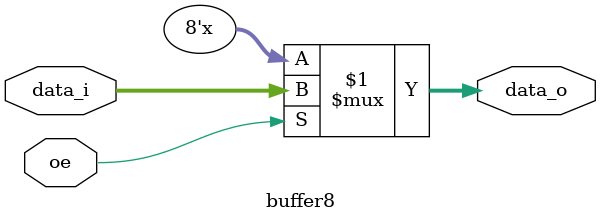
<source format=v>
module buffer8 (
    input oe,
    input[7:0] data_i,
    output[7:0] data_o
);
    assign data_o = oe ? data_i : 8'bzzzzzzzz;
endmodule

</source>
